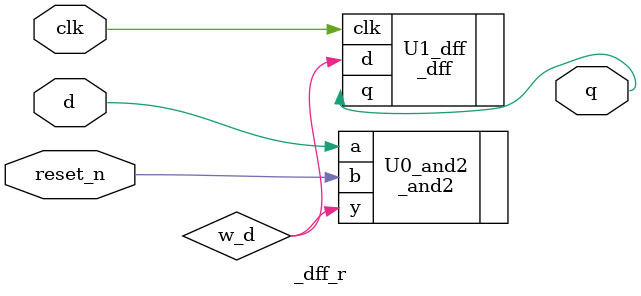
<source format=v>
module _dff_r(clk, reset_n, d, q);
	input clk, reset_n, d;		// 3 inputs
	output q;						// output q
	
	wire w_d;						// wire w_d
	
	_and2 U0_and2(.a(d), .b(reset_n), .y(w_d));		//instance by using AND Gate and D flipflop
	_dff U1_dff(.clk(clk), .d(w_d), .q(q));
	
endmodule

</source>
